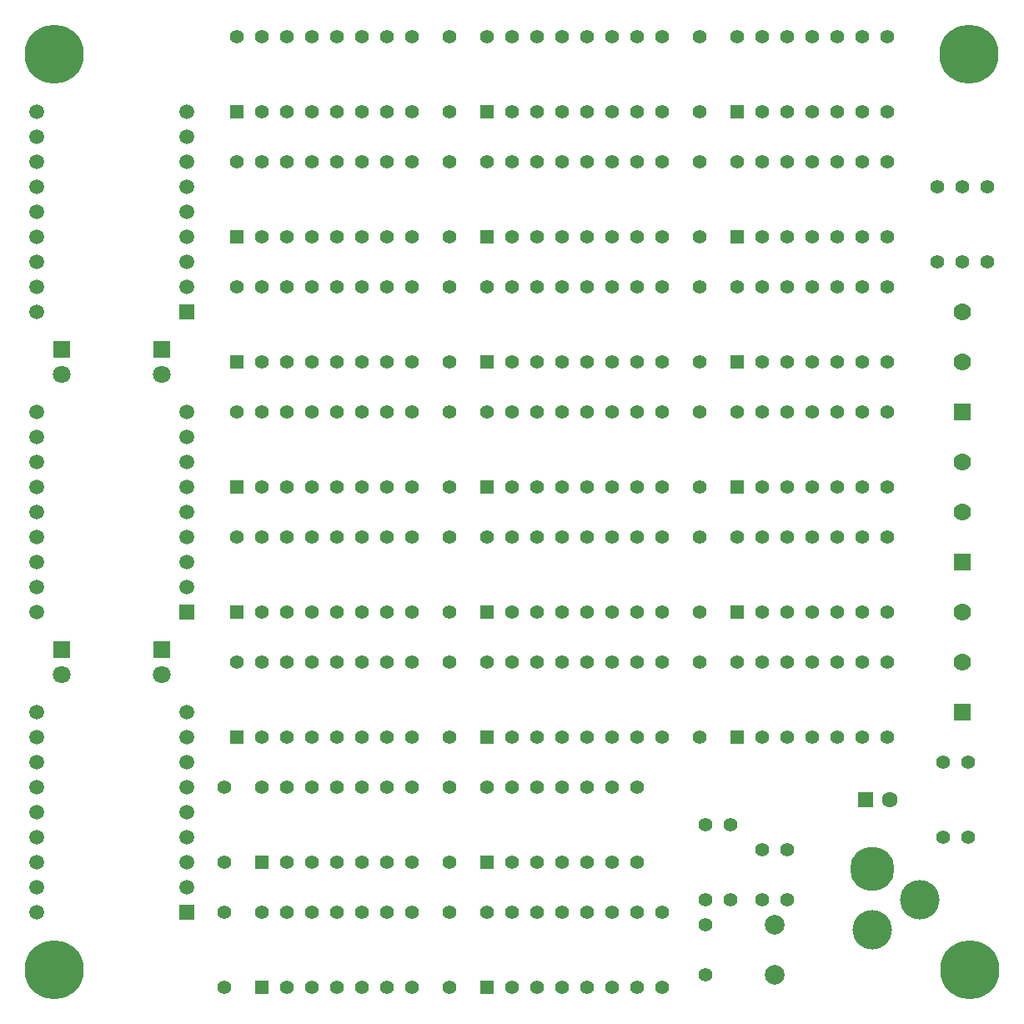
<source format=gbs>
G04 #@! TF.GenerationSoftware,KiCad,Pcbnew,(5.1.8)-1*
G04 #@! TF.CreationDate,2020-11-22T12:43:29-08:00*
G04 #@! TF.ProjectId,ttl_clock,74746c5f-636c-46f6-936b-2e6b69636164,rev?*
G04 #@! TF.SameCoordinates,Original*
G04 #@! TF.FileFunction,Soldermask,Bot*
G04 #@! TF.FilePolarity,Negative*
%FSLAX46Y46*%
G04 Gerber Fmt 4.6, Leading zero omitted, Abs format (unit mm)*
G04 Created by KiCad (PCBNEW (5.1.8)-1) date 2020-11-22 12:43:29*
%MOMM*%
%LPD*%
G01*
G04 APERTURE LIST*
%ADD10C,0.800000*%
%ADD11C,6.000000*%
%ADD12C,1.397000*%
%ADD13R,1.500000X1.500000*%
%ADD14C,1.500000*%
%ADD15R,1.397000X1.397000*%
%ADD16R,1.600000X1.600000*%
%ADD17C,1.600000*%
%ADD18C,1.998980*%
%ADD19C,1.800000*%
%ADD20R,1.800000X1.800000*%
%ADD21C,4.000000*%
%ADD22C,4.500000*%
%ADD23R,1.778000X1.778000*%
%ADD24C,1.778000*%
G04 APERTURE END LIST*
D10*
X171909010Y-171909010D03*
X171250000Y-173500000D03*
X171909010Y-175090990D03*
X173500000Y-175750000D03*
X175090990Y-175090990D03*
X175750000Y-173500000D03*
X175090990Y-171909010D03*
X173500000Y-171250000D03*
D11*
X173500000Y-173500000D03*
D12*
X97790000Y-167640000D03*
X97790000Y-175260000D03*
D13*
X93980000Y-167640000D03*
D14*
X93980000Y-165100000D03*
X93980000Y-162560000D03*
X93980000Y-160020000D03*
X93980000Y-157480000D03*
X93980000Y-154940000D03*
X93980000Y-152400000D03*
X93980000Y-149860000D03*
X93980000Y-147320000D03*
X78740000Y-147320000D03*
X78740000Y-149860000D03*
X78740000Y-152400000D03*
X78740000Y-154940000D03*
X78740000Y-157480000D03*
X78740000Y-160020000D03*
X78740000Y-162560000D03*
X78740000Y-165100000D03*
X78740000Y-167640000D03*
D15*
X99060000Y-137160000D03*
D12*
X101600000Y-137160000D03*
X104140000Y-137160000D03*
X106680000Y-137160000D03*
X109220000Y-137160000D03*
X111760000Y-137160000D03*
X114300000Y-137160000D03*
X116840000Y-137160000D03*
X116840000Y-129540000D03*
X114300000Y-129540000D03*
X111760000Y-129540000D03*
X109220000Y-129540000D03*
X106680000Y-129540000D03*
X104140000Y-129540000D03*
X101600000Y-129540000D03*
X99060000Y-129540000D03*
X99060000Y-116840000D03*
X101600000Y-116840000D03*
X104140000Y-116840000D03*
X106680000Y-116840000D03*
X109220000Y-116840000D03*
X111760000Y-116840000D03*
X114300000Y-116840000D03*
X116840000Y-116840000D03*
X116840000Y-124460000D03*
X114300000Y-124460000D03*
X111760000Y-124460000D03*
X109220000Y-124460000D03*
X106680000Y-124460000D03*
X104140000Y-124460000D03*
X101600000Y-124460000D03*
D15*
X99060000Y-124460000D03*
X99060000Y-111760000D03*
D12*
X101600000Y-111760000D03*
X104140000Y-111760000D03*
X106680000Y-111760000D03*
X109220000Y-111760000D03*
X111760000Y-111760000D03*
X114300000Y-111760000D03*
X116840000Y-111760000D03*
X116840000Y-104140000D03*
X114300000Y-104140000D03*
X111760000Y-104140000D03*
X109220000Y-104140000D03*
X106680000Y-104140000D03*
X104140000Y-104140000D03*
X101600000Y-104140000D03*
X99060000Y-104140000D03*
D13*
X93980000Y-106680000D03*
D14*
X93980000Y-104140000D03*
X93980000Y-101600000D03*
X93980000Y-99060000D03*
X93980000Y-96520000D03*
X93980000Y-93980000D03*
X93980000Y-91440000D03*
X93980000Y-88900000D03*
X93980000Y-86360000D03*
X78740000Y-86360000D03*
X78740000Y-88900000D03*
X78740000Y-91440000D03*
X78740000Y-93980000D03*
X78740000Y-96520000D03*
X78740000Y-99060000D03*
X78740000Y-101600000D03*
X78740000Y-104140000D03*
X78740000Y-106680000D03*
D15*
X99060000Y-99060000D03*
D12*
X101600000Y-99060000D03*
X104140000Y-99060000D03*
X106680000Y-99060000D03*
X109220000Y-99060000D03*
X111760000Y-99060000D03*
X114300000Y-99060000D03*
X116840000Y-99060000D03*
X116840000Y-91440000D03*
X114300000Y-91440000D03*
X111760000Y-91440000D03*
X109220000Y-91440000D03*
X106680000Y-91440000D03*
X104140000Y-91440000D03*
X101600000Y-91440000D03*
X99060000Y-91440000D03*
X120650000Y-86360000D03*
X120650000Y-78740000D03*
X99060000Y-78740000D03*
X101600000Y-78740000D03*
X104140000Y-78740000D03*
X106680000Y-78740000D03*
X109220000Y-78740000D03*
X111760000Y-78740000D03*
X114300000Y-78740000D03*
X116840000Y-78740000D03*
X116840000Y-86360000D03*
X114300000Y-86360000D03*
X111760000Y-86360000D03*
X109220000Y-86360000D03*
X106680000Y-86360000D03*
X104140000Y-86360000D03*
X101600000Y-86360000D03*
D15*
X99060000Y-86360000D03*
D12*
X120650000Y-175260000D03*
X120650000Y-167640000D03*
X97790000Y-154940000D03*
X97790000Y-162560000D03*
X120650000Y-162560000D03*
X120650000Y-154940000D03*
X120650000Y-91440000D03*
X120650000Y-99060000D03*
X120650000Y-111760000D03*
X120650000Y-104140000D03*
X120650000Y-116840000D03*
X120650000Y-124460000D03*
X120650000Y-137160000D03*
X120650000Y-129540000D03*
X120650000Y-142240000D03*
X120650000Y-149860000D03*
X146050000Y-78740000D03*
X146050000Y-86360000D03*
X146050000Y-99060000D03*
X146050000Y-91440000D03*
X146050000Y-104140000D03*
X146050000Y-111760000D03*
X146050000Y-124460000D03*
X146050000Y-116840000D03*
X146050000Y-137160000D03*
X146050000Y-129540000D03*
X146050000Y-142240000D03*
X146050000Y-149860000D03*
D16*
X162877500Y-156210000D03*
D17*
X165377500Y-156210000D03*
D12*
X146685000Y-168910000D03*
X146685000Y-173990000D03*
D18*
X153670000Y-168910000D03*
X153670000Y-173990000D03*
D19*
X81280000Y-113030000D03*
D20*
X81280000Y-110490000D03*
X91440000Y-110490000D03*
D19*
X91440000Y-113030000D03*
X81280000Y-143510000D03*
D20*
X81280000Y-140970000D03*
X91440000Y-140970000D03*
D19*
X91440000Y-143510000D03*
D10*
X78909010Y-171909010D03*
X78250000Y-173500000D03*
X78909010Y-175090990D03*
X80500000Y-175750000D03*
X82090990Y-175090990D03*
X82750000Y-173500000D03*
X82090990Y-171909010D03*
X80500000Y-171250000D03*
D11*
X80500000Y-173500000D03*
X80500000Y-80500000D03*
D10*
X80500000Y-78250000D03*
X82090990Y-78909010D03*
X82750000Y-80500000D03*
X82090990Y-82090990D03*
X80500000Y-82750000D03*
X78909010Y-82090990D03*
X78250000Y-80500000D03*
X78909010Y-78909010D03*
D11*
X173400000Y-80500000D03*
D10*
X173400000Y-78250000D03*
X174990990Y-78909010D03*
X175650000Y-80500000D03*
X174990990Y-82090990D03*
X173400000Y-82750000D03*
X171809010Y-82090990D03*
X171150000Y-80500000D03*
X171809010Y-78909010D03*
D21*
X163600000Y-169400000D03*
D22*
X163600000Y-163199860D03*
D21*
X168400600Y-166400260D03*
D12*
X170180000Y-93980000D03*
X170180000Y-101600000D03*
X172720000Y-101600000D03*
X172720000Y-93980000D03*
X175260000Y-101600000D03*
X175260000Y-93980000D03*
X170815000Y-160020000D03*
X170815000Y-152400000D03*
X173355000Y-152400000D03*
X173355000Y-160020000D03*
X149225000Y-166370000D03*
X149225000Y-158750000D03*
X146685000Y-166370000D03*
X146685000Y-158750000D03*
D23*
X172720000Y-116840000D03*
D24*
X172720000Y-111760000D03*
X172720000Y-106680000D03*
X172720000Y-121920000D03*
X172720000Y-127000000D03*
D23*
X172720000Y-132080000D03*
X172720000Y-147320000D03*
D24*
X172720000Y-142240000D03*
X172720000Y-137160000D03*
D15*
X124460000Y-175260000D03*
D12*
X127000000Y-175260000D03*
X129540000Y-175260000D03*
X132080000Y-175260000D03*
X134620000Y-175260000D03*
X137160000Y-175260000D03*
X139700000Y-175260000D03*
X142240000Y-175260000D03*
X142240000Y-167640000D03*
X139700000Y-167640000D03*
X137160000Y-167640000D03*
X134620000Y-167640000D03*
X132080000Y-167640000D03*
X129540000Y-167640000D03*
X127000000Y-167640000D03*
X124460000Y-167640000D03*
X101600000Y-154940000D03*
X104140000Y-154940000D03*
X106680000Y-154940000D03*
X109220000Y-154940000D03*
X111760000Y-154940000D03*
X114300000Y-154940000D03*
X116840000Y-154940000D03*
X116840000Y-162560000D03*
X114300000Y-162560000D03*
X111760000Y-162560000D03*
X109220000Y-162560000D03*
X106680000Y-162560000D03*
X104140000Y-162560000D03*
D15*
X101600000Y-162560000D03*
D12*
X124460000Y-154940000D03*
X127000000Y-154940000D03*
X129540000Y-154940000D03*
X132080000Y-154940000D03*
X134620000Y-154940000D03*
X137160000Y-154940000D03*
X139700000Y-154940000D03*
X139700000Y-162560000D03*
X137160000Y-162560000D03*
X134620000Y-162560000D03*
X132080000Y-162560000D03*
X129540000Y-162560000D03*
X127000000Y-162560000D03*
D15*
X124460000Y-162560000D03*
X101600000Y-175260000D03*
D12*
X104140000Y-175260000D03*
X106680000Y-175260000D03*
X109220000Y-175260000D03*
X111760000Y-175260000D03*
X114300000Y-175260000D03*
X116840000Y-175260000D03*
X116840000Y-167640000D03*
X114300000Y-167640000D03*
X111760000Y-167640000D03*
X109220000Y-167640000D03*
X106680000Y-167640000D03*
X104140000Y-167640000D03*
X101600000Y-167640000D03*
X124460000Y-78740000D03*
X127000000Y-78740000D03*
X129540000Y-78740000D03*
X132080000Y-78740000D03*
X134620000Y-78740000D03*
X137160000Y-78740000D03*
X139700000Y-78740000D03*
X142240000Y-78740000D03*
X142240000Y-86360000D03*
X139700000Y-86360000D03*
X137160000Y-86360000D03*
X134620000Y-86360000D03*
X132080000Y-86360000D03*
X129540000Y-86360000D03*
X127000000Y-86360000D03*
D15*
X124460000Y-86360000D03*
X124460000Y-99060000D03*
D12*
X127000000Y-99060000D03*
X129540000Y-99060000D03*
X132080000Y-99060000D03*
X134620000Y-99060000D03*
X137160000Y-99060000D03*
X139700000Y-99060000D03*
X142240000Y-99060000D03*
X142240000Y-91440000D03*
X139700000Y-91440000D03*
X137160000Y-91440000D03*
X134620000Y-91440000D03*
X132080000Y-91440000D03*
X129540000Y-91440000D03*
X127000000Y-91440000D03*
X124460000Y-91440000D03*
X124460000Y-104140000D03*
X127000000Y-104140000D03*
X129540000Y-104140000D03*
X132080000Y-104140000D03*
X134620000Y-104140000D03*
X137160000Y-104140000D03*
X139700000Y-104140000D03*
X142240000Y-104140000D03*
X142240000Y-111760000D03*
X139700000Y-111760000D03*
X137160000Y-111760000D03*
X134620000Y-111760000D03*
X132080000Y-111760000D03*
X129540000Y-111760000D03*
X127000000Y-111760000D03*
D15*
X124460000Y-111760000D03*
X124460000Y-124460000D03*
D12*
X127000000Y-124460000D03*
X129540000Y-124460000D03*
X132080000Y-124460000D03*
X134620000Y-124460000D03*
X137160000Y-124460000D03*
X139700000Y-124460000D03*
X142240000Y-124460000D03*
X142240000Y-116840000D03*
X139700000Y-116840000D03*
X137160000Y-116840000D03*
X134620000Y-116840000D03*
X132080000Y-116840000D03*
X129540000Y-116840000D03*
X127000000Y-116840000D03*
X124460000Y-116840000D03*
X124460000Y-129540000D03*
X127000000Y-129540000D03*
X129540000Y-129540000D03*
X132080000Y-129540000D03*
X134620000Y-129540000D03*
X137160000Y-129540000D03*
X139700000Y-129540000D03*
X142240000Y-129540000D03*
X142240000Y-137160000D03*
X139700000Y-137160000D03*
X137160000Y-137160000D03*
X134620000Y-137160000D03*
X132080000Y-137160000D03*
X129540000Y-137160000D03*
X127000000Y-137160000D03*
D15*
X124460000Y-137160000D03*
X124460000Y-149860000D03*
D12*
X127000000Y-149860000D03*
X129540000Y-149860000D03*
X132080000Y-149860000D03*
X134620000Y-149860000D03*
X137160000Y-149860000D03*
X139700000Y-149860000D03*
X142240000Y-149860000D03*
X142240000Y-142240000D03*
X139700000Y-142240000D03*
X137160000Y-142240000D03*
X134620000Y-142240000D03*
X132080000Y-142240000D03*
X129540000Y-142240000D03*
X127000000Y-142240000D03*
X124460000Y-142240000D03*
X149860000Y-78740000D03*
X152400000Y-78740000D03*
X154940000Y-78740000D03*
X157480000Y-78740000D03*
X160020000Y-78740000D03*
X162560000Y-78740000D03*
X165100000Y-78740000D03*
X165100000Y-86360000D03*
X162560000Y-86360000D03*
X160020000Y-86360000D03*
X157480000Y-86360000D03*
X154940000Y-86360000D03*
X152400000Y-86360000D03*
D15*
X149860000Y-86360000D03*
D12*
X149860000Y-91440000D03*
X152400000Y-91440000D03*
X154940000Y-91440000D03*
X157480000Y-91440000D03*
X160020000Y-91440000D03*
X162560000Y-91440000D03*
X165100000Y-91440000D03*
X165100000Y-99060000D03*
X162560000Y-99060000D03*
X160020000Y-99060000D03*
X157480000Y-99060000D03*
X154940000Y-99060000D03*
X152400000Y-99060000D03*
D15*
X149860000Y-99060000D03*
X149860000Y-111760000D03*
D12*
X152400000Y-111760000D03*
X154940000Y-111760000D03*
X157480000Y-111760000D03*
X160020000Y-111760000D03*
X162560000Y-111760000D03*
X165100000Y-111760000D03*
X165100000Y-104140000D03*
X162560000Y-104140000D03*
X160020000Y-104140000D03*
X157480000Y-104140000D03*
X154940000Y-104140000D03*
X152400000Y-104140000D03*
X149860000Y-104140000D03*
X149860000Y-116840000D03*
X152400000Y-116840000D03*
X154940000Y-116840000D03*
X157480000Y-116840000D03*
X160020000Y-116840000D03*
X162560000Y-116840000D03*
X165100000Y-116840000D03*
X165100000Y-124460000D03*
X162560000Y-124460000D03*
X160020000Y-124460000D03*
X157480000Y-124460000D03*
X154940000Y-124460000D03*
X152400000Y-124460000D03*
D15*
X149860000Y-124460000D03*
D12*
X149860000Y-129540000D03*
X152400000Y-129540000D03*
X154940000Y-129540000D03*
X157480000Y-129540000D03*
X160020000Y-129540000D03*
X162560000Y-129540000D03*
X165100000Y-129540000D03*
X165100000Y-137160000D03*
X162560000Y-137160000D03*
X160020000Y-137160000D03*
X157480000Y-137160000D03*
X154940000Y-137160000D03*
X152400000Y-137160000D03*
D15*
X149860000Y-137160000D03*
X149860000Y-149860000D03*
D12*
X152400000Y-149860000D03*
X154940000Y-149860000D03*
X157480000Y-149860000D03*
X160020000Y-149860000D03*
X162560000Y-149860000D03*
X165100000Y-149860000D03*
X165100000Y-142240000D03*
X162560000Y-142240000D03*
X160020000Y-142240000D03*
X157480000Y-142240000D03*
X154940000Y-142240000D03*
X152400000Y-142240000D03*
X149860000Y-142240000D03*
X154940000Y-166370000D03*
X152400000Y-166370000D03*
X154940000Y-161290000D03*
X152400000Y-161290000D03*
D14*
X78740000Y-137160000D03*
X78740000Y-134620000D03*
X78740000Y-132080000D03*
X78740000Y-129540000D03*
X78740000Y-127000000D03*
X78740000Y-124460000D03*
X78740000Y-121920000D03*
X78740000Y-119380000D03*
X78740000Y-116840000D03*
X93980000Y-116840000D03*
X93980000Y-119380000D03*
X93980000Y-121920000D03*
X93980000Y-124460000D03*
X93980000Y-127000000D03*
X93980000Y-129540000D03*
X93980000Y-132080000D03*
X93980000Y-134620000D03*
D13*
X93980000Y-137160000D03*
D12*
X99060000Y-142240000D03*
X101600000Y-142240000D03*
X104140000Y-142240000D03*
X106680000Y-142240000D03*
X109220000Y-142240000D03*
X111760000Y-142240000D03*
X114300000Y-142240000D03*
X116840000Y-142240000D03*
X116840000Y-149860000D03*
X114300000Y-149860000D03*
X111760000Y-149860000D03*
X109220000Y-149860000D03*
X106680000Y-149860000D03*
X104140000Y-149860000D03*
X101600000Y-149860000D03*
D15*
X99060000Y-149860000D03*
M02*

</source>
